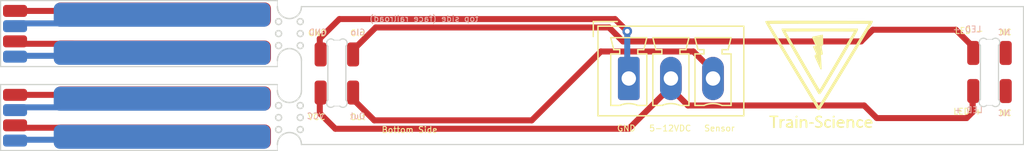
<source format=kicad_pcb>
(kicad_pcb (version 20240108) (generator "pcbnew") (generator_version "8.0")
  (layers (0 "F.Cu" signal) (31 "B.Cu" signal) (34 "B.Paste" user) (35 "F.Paste" user) (36 "B.SilkS" user "B.Silkscreen") (37 "F.SilkS" user "F.Silkscreen") (38 "B.Mask" user) (39 "F.Mask" user) (44 "Edge.Cuts" user))
  (net 0 "")
  (net 1 "VCC")
  (net 2 "GND")
  (net 3 "/sensor")
  (net 4 "/LED")
  (net 9 "/VCC1")
  (net 10 "/GND1")
  (net 11 "/OUT1")
  (net 12 "/GLo1")
  (footprint "MountingHole:MountingHole_3.2mm_M3" (layer "F.Cu") (at 114.046 134.112)
    (property "Reference" "REF**" (hide yes))
    (property "Value" "MountingHole_3.2mm_M3")
    (pad "" np_thru_hole circle (at 0 0) (size 3.2 3.2) (drill 3.2) (layers "*.Cu" "*.Mask"))
  )
  (footprint "custom_kicad_lib_sk:Train-Science logo small" (layer "F.Cu") (at 147.574 134.239)
    (property "Reference" "G***" (hide yes))
    (property "Value" "LOGO" (hide yes))
    (fp_poly (pts (xy -1.867174 4.3782) (xy -2.028137 4.3782) (xy -2.028137 3.637769) (xy -1.867174 3.637769)) (fill solid) (layer "F.SilkS"))
    (fp_poly (pts (xy 1.223321 4.3782) (xy 1.062357 4.3782) (xy 1.062357 3.637769) (xy 1.223321 3.637769)) (fill solid) (layer "F.SilkS"))
    (fp_poly (pts (xy -1.879051 3.365565) (xy -1.85507 3.397528) (xy -1.848957 3.467248) (xy -1.897497 3.5033) (xy -1.951794 3.508999) (xy -2.01104 3.497959) (xy -2.024208 3.453786) (xy -2.022328 3.436565) (xy -1.991057 3.378361) (xy -1.934811 3.352714)) (fill solid) (layer "F.SilkS"))
    (fp_poly (pts (xy 1.211443 3.365565) (xy 1.235424 3.397528) (xy 1.241537 3.467248) (xy 1.192998 3.5033) (xy 1.1387 3.508999) (xy 1.079454 3.497959) (xy 1.066286 3.453786) (xy 1.068167 3.436565) (xy 1.099438 3.378361) (xy 1.155683 3.352714)) (fill solid) (layer "F.SilkS"))
    (fp_poly (pts (xy -0.612737 3.9006) (xy -0.533283 3.922266) (xy -0.490713 3.961014) (xy -0.488845 3.967744) (xy -0.490951 3.998166) (xy -0.520453 4.01526) (xy -0.590351 4.022672) (xy -0.689781 4.024081) (xy -0.808268 4.020841) (xy -0.874379 4.009353) (xy -0.899883 3.986965) (xy -0.901394 3.976406) (xy -0.873403 3.933919) (xy -0.802697 3.906845) (xy -0.709175 3.895599)) (fill solid) (layer "F.SilkS"))
    (fp_poly (pts (xy -3.669632 3.34866) (xy -3.559722 3.351709) (xy -3.492918 3.358945) (xy -3.458582 3.372129) (xy -3.446076 3.393024) (xy -3.444613 3.412421) (xy -3.454092 3.452657) (xy -3.493451 3.471683) (xy -3.579073 3.476782) (xy -3.58948 3.476806) (xy -3.734347 3.476806) (xy -3.734347 4.3782) (xy -3.89531 4.3782) (xy -3.89531 3.480334) (xy -4.047936 3.470522) (xy -4.148526 3.457408) (xy -4.198923 3.431105) (xy -4.21126 3.404373) (xy -4.210399 3.380588) (xy -4.190335 3.364589) (xy -4.140901 3.354863) (xy -4.051928 3.349892) (xy -3.91325 3.348161) (xy -3.833286 3.348036)) (fill solid) (layer "F.SilkS"))
    (fp_poly (pts (xy -3.20706 3.649174) (xy -3.187072 3.671095) (xy -3.167366 3.687977) (xy -3.124803 3.671095) (xy -3.032476 3.639196) (xy -2.952967 3.641074) (xy -2.904379 3.674259) (xy -2.897338 3.702155) (xy -2.912873 3.749633) (xy -2.970283 3.766013) (xy -2.992091 3.76654) (xy -3.08017 3.784752) (xy -3.139695 3.843818) (xy -3.1741 3.950385) (xy -3.18682 4.1111) (xy -3.187072 4.143919) (xy -3.188151 4.264488) (xy -3.194538 4.33444) (xy -3.210963 4.367539) (xy -3.242154 4.377549) (xy -3.267554 4.3782) (xy -3.348035 4.3782) (xy -3.348035 3.637769) (xy -3.267554 3.637769)) (fill solid) (layer "F.SilkS"))
    (fp_poly (pts (xy 3.456146 3.654371) (xy 3.543105 3.697368) (xy 3.592791 3.756548) (xy 3.594178 3.814197) (xy 3.572895 3.852981) (xy 3.542199 3.843557) (xy 3.513841 3.819211) (xy 3.424501 3.7745) (xy 3.322943 3.773442) (xy 3.238538 3.81626) (xy 3.237661 3.817129) (xy 3.201357 3.890078) (xy 3.187495 3.994878) (xy 3.196074 4.103032) (xy 3.227095 4.186043) (xy 3.237661 4.198841) (xy 3.321639 4.242246) (xy 3.423161 4.241772) (xy 3.512857 4.197642) (xy 3.513841 4.196759) (xy 3.559116 4.162129) (xy 3.582547 4.174932) (xy 3.594178 4.201773) (xy 3.589623 4.267108) (xy 3.534669 4.324764) (xy 3.443265 4.364981) (xy 3.341993 4.3782) (xy 3.23693 4.364144) (xy 3.150524 4.312169) (xy 3.116435 4.280323) (xy 3.06227 4.220957) (xy 3.03476 4.166703) (xy 3.027277 4.094215) (xy 3.032787 3.985733) (xy 3.063239 3.823108) (xy 3.128926 3.713042) (xy 3.232557 3.652527) (xy 3.346264 3.637769)) (fill solid) (layer "F.SilkS"))
    (fp_poly (pts (xy 0.784156 3.654371) (xy 0.871115 3.697368) (xy 0.920801 3.756548) (xy 0.922188 3.814197) (xy 0.900905 3.852981) (xy 0.870209 3.843557) (xy 0.841851 3.819211) (xy 0.752511 3.7745) (xy 0.650954 3.773442) (xy 0.566548 3.81626) (xy 0.565671 3.817129) (xy 0.529974 3.888454) (xy 0.515171 3.998249) (xy 0.515082 4.007985) (xy 0.527932 4.119813) (xy 0.562192 4.195116) (xy 0.565671 4.198841) (xy 0.649649 4.242246) (xy 0.751171 4.241772) (xy 0.840868 4.197642) (xy 0.841851 4.196759) (xy 0.887126 4.162129) (xy 0.910558 4.174932) (xy 0.922188 4.201773) (xy 0.917633 4.267108) (xy 0.862679 4.324764) (xy 0.771275 4.364981) (xy 0.670003 4.3782) (xy 0.56494 4.364144) (xy 0.478534 4.312169) (xy 0.444446 4.280323) (xy 0.39028 4.220957) (xy 0.36277 4.166703) (xy 0.355287 4.094215) (xy 0.360798 3.985733) (xy 0.391249 3.823108) (xy 0.456936 3.713042) (xy 0.560567 3.652527) (xy 0.674274 3.637769)) (fill solid) (layer "F.SilkS"))
    (fp_poly (pts (xy -2.40532 3.645768) (xy -2.326525 3.67613) (xy -2.275297 3.738404) (xy -2.245189 3.842138) (xy -2.22975 3.996881) (xy -2.226439 4.069661) (xy -2.215488 4.366149) (xy -2.45432 4.371021) (xy -2.611055 4.367821) (xy -2.715337 4.349617) (xy -2.763052 4.326932) (xy -2.817997 4.253657) (xy -2.8318 4.157537) (xy -2.826579 4.141434) (xy -2.663371 4.141434) (xy -2.661178 4.198977) (xy -2.617211 4.235887) (xy -2.541587 4.248708) (xy -2.462907 4.236034) (xy -2.420887 4.210799) (xy -2.387663 4.147033) (xy -2.382256 4.110009) (xy -2.391113 4.070273) (xy -2.429399 4.05887) (xy -2.5002 4.066989) (xy -2.611613 4.096669) (xy -2.663371 4.141434) (xy -2.826579 4.141434) (xy -2.80241 4.066887) (xy -2.783578 4.04369) (xy -2.714915 4.000608) (xy -2.611053 3.960717) (xy -2.500848 3.933723) (xy -2.438593 3.927683) (xy -2.39073 3.905832) (xy -2.389171 3.848663) (xy -2.411779 3.801951) (xy -2.44845 3.775964) (xy -2.522247 3.768689) (xy -2.620538 3.77548) (xy -2.726931 3.782973) (xy -2.782746 3.776184) (xy -2.800575 3.753278) (xy -2.80076 3.74925) (xy -2.770723 3.693209) (xy -2.685633 3.655257) (xy -2.553023 3.638364) (xy -2.518132 3.637769)) (fill solid) (layer "F.SilkS"))
    (fp_poly (pts (xy 0.08045 3.363771) (xy 0.163476 3.40824) (xy 0.193154 3.477335) (xy 0.193156 3.477939) (xy 0.170182 3.528914) (xy 0.121334 3.539789) (xy 0.080482 3.508999) (xy 0.032611 3.483439) (xy -0.047363 3.477888) (xy -0.130866 3.490818) (xy -0.189325 3.520703) (xy -0.191874 3.52355) (xy -0.21804 3.596183) (xy -0.180966 3.673245) (xy -0.081544 3.753443) (xy -0.004028 3.796699) (xy 0.136108 3.882305) (xy 0.216714 3.971193) (xy 0.24249 4.071135) (xy 0.223825 4.173564) (xy 0.164082 4.275535) (xy 0.095495 4.330471) (xy -0.018443 4.366535) (xy -0.150995 4.376193) (xy -0.274362 4.359597) (xy -0.346956 4.328086) (xy -0.40363 4.272052) (xy -0.419312 4.22251) (xy -0.394108 4.195068) (xy -0.346071 4.199064) (xy -0.197064 4.233359) (xy -0.075009 4.242002) (xy 0.005829 4.224264) (xy 0.015788 4.217493) (xy 0.061853 4.14537) (xy 0.055341 4.062595) (xy 0.002818 3.983964) (xy -0.089151 3.924271) (xy -0.119083 3.913566) (xy -0.188092 3.877866) (xy -0.269912 3.816568) (xy -0.288095 3.800264) (xy -0.365715 3.694707) (xy -0.385703 3.587357) (xy -0.353625 3.488715) (xy -0.27505 3.409279) (xy -0.155545 3.359551) (xy -0.048289 3.348036)) (fill solid) (layer "F.SilkS"))
    (fp_poly (pts (xy -1.179743 3.652213) (xy -1.106639 3.700519) (xy -1.060135 3.79015) (xy -1.036075 3.928568) (xy -1.030165 4.092808) (xy -1.03083 4.228722) (xy -1.035174 4.312734) (xy -1.046716 4.357328) (xy -1.068976 4.374987) (xy -1.105476 4.378194) (xy -1.110646 4.3782) (xy -1.150723 4.375415) (xy -1.174641 4.358257) (xy -1.186568 4.313522) (xy -1.190674 4.228007) (xy -1.191128 4.123292) (xy -1.193501 3.995739) (xy -1.199781 3.889366) (xy -1.208712 3.82384) (xy -1.210669 3.817462) (xy -1.256725 3.775444) (xy -1.33462 3.771399) (xy -1.424149 3.805399) (xy -1.441506 3.816654) (xy -1.477783 3.84892) (xy -1.499291 3.893461) (xy -1.50977 3.966262) (xy -1.512958 4.083304) (xy -1.513054 4.122485) (xy -1.513927 4.249664) (xy -1.519311 4.325642) (xy -1.533355 4.363601) (xy -1.560209 4.376724) (xy -1.593536 4.3782) (xy -1.674018 4.3782) (xy -1.674018 4.007985) (xy -1.67363 3.849262) (xy -1.670933 3.743962) (xy -1.663621 3.681124) (xy -1.649392 3.649787) (xy -1.625943 3.638988) (xy -1.596219 3.637769) (xy -1.53075 3.652507) (xy -1.503665 3.67801) (xy -1.482168 3.702107) (xy -1.446255 3.67801) (xy -1.387205 3.651219) (xy -1.298048 3.63805) (xy -1.283604 3.637769)) (fill solid) (layer "F.SilkS"))
    (fp_poly (pts (xy 1.874086 3.665419) (xy 1.97554 3.737669) (xy 2.042702 3.838471) (xy 2.06033 3.925027) (xy 2.06033 4.024081) (xy 1.802788 4.024081) (xy 1.674253 4.025517) (xy 1.597198 4.031892) (xy 1.558746 4.046313) (xy 1.54602 4.071882) (xy 1.545247 4.086167) (xy 1.568914 4.17496) (xy 1.641552 4.227168) (xy 1.76562 4.244072) (xy 1.841189 4.240295) (xy 1.949653 4.233706) (xy 2.007504 4.2403) (xy 2.027535 4.262067) (xy 2.028137 4.269376) (xy 1.999657 4.321331) (xy 1.925454 4.357024) (xy 1.822384 4.375338) (xy 1.707304 4.375154) (xy 1.597069 4.355354) (xy 1.508536 4.31482) (xy 1.495586 4.304705) (xy 1.430456 4.223779) (xy 1.397139 4.110586) (xy 1.393087 4.07989) (xy 1.397067 3.908) (xy 1.412373 3.869557) (xy 1.545247 3.869557) (xy 1.574363 3.883662) (xy 1.649466 3.893017) (xy 1.722307 3.895311) (xy 1.819283 3.891076) (xy 1.883595 3.880152) (xy 1.899366 3.869557) (xy 1.87055 3.814477) (xy 1.797044 3.776712) (xy 1.722307 3.76654) (xy 1.627639 3.783306) (xy 1.562731 3.826073) (xy 1.545247 3.869557) (xy 1.412373 3.869557) (xy 1.449928 3.775233) (xy 1.548716 3.685192) (xy 1.690478 3.641482) (xy 1.755377 3.637769)) (fill solid) (layer "F.SilkS"))
    (fp_poly (pts (xy 2.715567 3.652213) (xy 2.788671 3.700519) (xy 2.835175 3.79015) (xy 2.859236 3.928568) (xy 2.865146 4.092808) (xy 2.86448 4.228722) (xy 2.860137 4.312734) (xy 2.848595 4.357328) (xy 2.826334 4.374987) (xy 2.789834 4.378194) (xy 2.784664 4.3782) (xy 2.744587 4.375415) (xy 2.72067 4.358257) (xy 2.708742 4.313522) (xy 2.704637 4.228007) (xy 2.704183 4.123292) (xy 2.70181 3.995739) (xy 2.69553 3.889366) (xy 2.686599 3.82384) (xy 2.684642 3.817462) (xy 2.638586 3.775444) (xy 2.56069 3.771399) (xy 2.471162 3.805399) (xy 2.453804 3.816654) (xy 2.417528 3.84892) (xy 2.396019 3.893461) (xy 2.385541 3.966262) (xy 2.382352 4.083304) (xy 2.382256 4.122485) (xy 2.381383 4.249664) (xy 2.375999 4.325642) (xy 2.361955 4.363601) (xy 2.335101 4.376724) (xy 2.301774 4.3782) (xy 2.221293 4.3782) (xy 2.221293 4.007985) (xy 2.22168 3.849262) (xy 2.224378 3.743962) (xy 2.231689 3.681124) (xy 2.245918 3.649787) (xy 2.269368 3.638988) (xy 2.299092 3.637769) (xy 2.364561 3.652507) (xy 2.391646 3.67801) (xy 2.413142 3.702107) (xy 2.449056 3.67801) (xy 2.508105 3.651219) (xy 2.597263 3.63805) (xy 2.611707 3.637769)) (fill solid) (layer "F.SilkS"))
    (fp_poly (pts (xy 4.191957 3.665419) (xy 4.293411 3.737669) (xy 4.360573 3.838471) (xy 4.3782 3.925027) (xy 4.3782 4.024081) (xy 4.120659 4.024081) (xy 3.992123 4.025517) (xy 3.915069 4.031892) (xy 3.876617 4.046313) (xy 3.86389 4.071882) (xy 3.863118 4.086167) (xy 3.886785 4.17496) (xy 3.959423 4.227168) (xy 4.083491 4.244072) (xy 4.15906 4.240295) (xy 4.267524 4.233706) (xy 4.325375 4.2403) (xy 4.345405 4.262067) (xy 4.346008 4.269376) (xy 4.317527 4.321331) (xy 4.243324 4.357024) (xy 4.140255 4.375338) (xy 4.025174 4.375154) (xy 3.91494 4.355354) (xy 3.826407 4.31482) (xy 3.813457 4.304705) (xy 3.748327 4.223779) (xy 3.71501 4.110586) (xy 3.710957 4.07989) (xy 3.714938 3.908) (xy 3.730244 3.869557) (xy 3.863118 3.869557) (xy 3.892233 3.883662) (xy 3.967337 3.893017) (xy 4.040178 3.895311) (xy 4.137154 3.891076) (xy 4.201466 3.880152) (xy 4.217237 3.869557) (xy 4.188421 3.814477) (xy 4.114915 3.776712) (xy 4.040178 3.76654) (xy 3.945509 3.783306) (xy 3.880602 3.826073) (xy 3.863118 3.869557) (xy 3.730244 3.869557) (xy 3.767799 3.775233) (xy 3.866587 3.685192) (xy 4.008349 3.641482) (xy 4.073248 3.637769)) (fill solid) (layer "F.SilkS"))
    (fp_poly (pts (xy 0.250482 -3.398018) (xy 0.258312 -3.360431) (xy 0.266207 -3.271171) (xy 0.273323 -3.142944) (xy 0.278815 -2.988455) (xy 0.279494 -2.961822) (xy 0.283147 -2.79102) (xy 0.28333 -2.672993) (xy 0.27842 -2.596159) (xy 0.266793 -2.548934) (xy 0.246824 -2.519735) (xy 0.216889 -2.496979) (xy 0.214047 -2.495112) (xy 0.177374 -2.463714) (xy 0.157846 -2.420729) (xy 0.155167 -2.353836) (xy 0.169042 -2.250716) (xy 0.199173 -2.099046) (xy 0.20399 -2.076426) (xy 0.234196 -1.927607) (xy 0.248081 -1.829473) (xy 0.244797 -1.770209) (xy 0.223496 -1.738003) (xy 0.183328 -1.721039) (xy 0.178383 -1.719762) (xy 0.093995 -1.698582) (xy 0.113104 -1.340229) (xy 0.122361 -1.168329) (xy 0.13182 -0.9955) (xy 0.140114 -0.846597) (xy 0.144094 -0.776804) (xy 0.147732 -0.616402) (xy 0.136399 -0.518612) (xy 0.110043 -0.48341) (xy 0.068612 -0.510774) (xy 0.012053 -0.600683) (xy -0.036281 -0.70019) (xy -0.094889 -0.829583) (xy -0.151819 -0.955614) (xy -0.192615 -1.046261) (xy -0.235959 -1.142058) (xy -0.293724 -1.268625) (xy -0.352412 -1.396402) (xy -0.410483 -1.535855) (xy -0.432862 -1.630868) (xy -0.419591 -1.690556) (xy -0.370712 -1.724039) (xy -0.353957 -1.729118) (xy -0.302087 -1.746117) (xy -0.289734 -1.754248) (xy -0.301976 -1.787815) (xy -0.333966 -1.863803) (xy -0.378601 -1.966115) (xy -0.428778 -2.078653) (xy -0.477393 -2.185319) (xy -0.517132 -2.269582) (xy -0.553917 -2.350924) (xy -0.561542 -2.396199) (xy -0.540994 -2.426228) (xy -0.525165 -2.438593) (xy -0.452176 -2.472508) (xy -0.412351 -2.478834) (xy -0.36338 -2.484926) (xy -0.354119 -2.492061) (xy -0.366789 -2.526986) (xy -0.400137 -2.60474) (xy -0.447168 -2.710013) (xy -0.500888 -2.827498) (xy -0.554304 -2.941887) (xy -0.600421 -3.037873) (xy -0.630486 -3.096942) (xy -0.659596 -3.160107) (xy -0.65177 -3.193594) (xy -0.620583 -3.213855) (xy -0.53333 -3.246777) (xy -0.395236 -3.27925) (xy -0.273637 -3.301207) (xy -0.190498 -3.31751) (xy -0.07335 -3.34338) (xy 0.027233 -3.367139) (xy 0.134416 -3.389945) (xy 0.215087 -3.40089)) (fill solid) (layer "F.SilkS"))
    (fp_poly (pts (xy 3.179239 -3.830925) (xy 3.169077 -3.796052) (xy 3.134748 -3.721875) (xy 3.075339 -3.60678) (xy 2.989941 -3.449155) (xy 2.877641 -3.24739) (xy 2.737526 -2.999872) (xy 2.568687 -2.704989) (xy 2.370211 -2.361128) (xy 2.141187 -1.966679) (xy 1.880703 -1.52003) (xy 1.631778 -1.09455) (xy 1.368647 -0.645596) (xy 1.135907 -0.249143) (xy 0.93161 0.097982) (xy 0.753807 0.398953) (xy 0.60055 0.656942) (xy 0.469891 0.875124) (xy 0.359881 1.05667) (xy 0.268572 1.204755) (xy 0.194014 1.322552) (xy 0.134261 1.413233) (xy 0.087362 1.479973) (xy 0.051371 1.525943) (xy 0.024337 1.554318) (xy 0.004314 1.568271) (xy -0.004969 1.571019) (xy -0.078828 1.563333) (xy -0.118283 1.538827) (xy -0.138767 1.505458) (xy -0.189191 1.420294) (xy -0.267262 1.287274) (xy -0.370688 1.110339) (xy -0.497173 0.893428) (xy -0.644426 0.640482) (xy -0.810153 0.355441) (xy -0.99206 0.042244) (xy -1.187855 -0.295169) (xy -1.395243 -0.652857) (xy -1.611932 -1.02688) (xy -1.660439 -1.110646) (xy -1.943382 -1.600038) (xy -2.194371 -2.035755) (xy -2.414343 -2.419476) (xy -2.604234 -2.752877) (xy -2.764981 -3.037634) (xy -2.89752 -3.275425) (xy -3.002787 -3.467927) (xy -3.081719 -3.616816) (xy -3.100264 -3.653866) (xy -2.831057 -3.653866) (xy -1.427803 -1.229825) (xy -1.217976 -0.867944) (xy -1.017222 -0.522838) (xy -0.827885 -0.198474) (xy -0.652308 0.101185) (xy -0.492836 0.372174) (xy -0.351814 0.61053) (xy -0.231586 0.812287) (xy -0.134496 0.973481) (xy -0.062889 1.090149) (xy -0.019109 1.158326) (xy -0.005551 1.175218) (xy 0.013203 1.145197) (xy 0.062076 1.063637) (xy 0.138687 0.934577) (xy 0.240658 0.762061) (xy 0.365609 0.55013) (xy 0.511161 0.302826) (xy 0.674935 0.02419) (xy 0.854552 -0.281735) (xy 1.047632 -0.610908) (xy 1.251797 -0.959287) (xy 1.421346 -1.248823) (xy 2.829247 -3.653866) (xy 1.414623 -3.662249) (xy 1.04211 -3.663984) (xy 0.624153 -3.665121) (xy 0.179691 -3.665659) (xy -0.272337 -3.665598) (xy -0.712992 -3.664938) (xy -1.123334 -3.663678) (xy -1.415529 -3.662249) (xy -2.831057 -3.653866) (xy -3.100264 -3.653866) (xy -3.135253 -3.723769) (xy -3.164325 -3.790463) (xy -3.17064 -3.814829) (xy -3.170976 -3.911407) (xy 3.170976 -3.911407)) (fill solid) (layer "F.SilkS"))
    (fp_poly (pts (xy -2.177236 -4.566716) (xy -1.724771 -4.566214) (xy -1.217326 -4.565463) (xy -0.651718 -4.564501) (xy -0.055144 -4.563421) (xy 4.394297 -4.55526) (xy 4.402412 -4.474778) (xy 4.392766 -4.444092) (xy 4.360546 -4.377472) (xy 4.304831 -4.273357) (xy 4.224701 -4.130187) (xy 4.119236 -3.9464) (xy 3.987517 -3.720436) (xy 3.828623 -3.450735) (xy 3.641634 -3.135735) (xy 3.425631 -2.773875) (xy 3.179692 -2.363596) (xy 2.902899 -1.903335) (xy 2.594331 -1.391532) (xy 2.253068 -0.826627) (xy 2.210681 -0.756527) (xy 1.892208 -0.230049) (xy 1.605234 0.243951) (xy 1.348069 0.66817) (xy 1.119028 1.045302) (xy 0.916421 1.378044) (xy 0.738561 1.669091) (xy 0.583761 1.921141) (xy 0.450332 2.136888) (xy 0.336586 2.319029) (xy 0.240836 2.470259) (xy 0.161394 2.593274) (xy 0.096573 2.690771) (xy 0.044683 2.765444) (xy 0.004038 2.819991) (xy -0.02705 2.857107) (xy -0.05027 2.879488) (xy -0.067308 2.88983) (xy -0.073048 2.891234) (xy -0.156237 2.877194) (xy -0.204854 2.826849) (xy -0.227047 2.790521) (xy -0.280348 2.702298) (xy -0.362758 2.565508) (xy -0.47228 2.383476) (xy -0.606914 2.159531) (xy -0.764662 1.897) (xy -0.943527 1.599208) (xy -1.141509 1.269484) (xy -1.356611 0.911155) (xy -1.586834 0.527547) (xy -1.830181 0.121988) (xy -2.084652 -0.302196) (xy -2.348249 -0.741676) (xy -2.411808 -0.847656) (xy -2.72913 -1.377004) (xy -3.014693 -1.853894) (xy -3.270035 -2.280976) (xy -3.496692 -2.660897) (xy -3.696204 -2.996307) (xy -3.870107 -3.289854) (xy -4.01994 -3.544188) (xy -4.147239 -3.761957) (xy -4.253544 -3.94581) (xy -4.340391 -4.098397) (xy -4.409319 -4.222366) (xy -4.449721 -4.297718) (xy -4.178624 -4.297718) (xy -0.08088 2.532058) (xy 0.192957 2.079549) (xy 0.247331 1.989669) (xy 0.332405 1.84901) (xy 0.445566 1.661887) (xy 0.584205 1.43262) (xy 0.74571 1.165527) (xy 0.92747 0.864926) (xy 1.126875 0.535135) (xy 1.341313 0.180472) (xy 1.568173 -0.194744) (xy 1.804844 -0.586196) (xy 2.048716 -0.989564) (xy 2.257763 -1.33534) (xy 4.048733 -4.297718) (xy 1.992174 -4.306003) (xy 1.548356 -4.307468) (xy 1.05587 -4.308526) (xy 0.530432 -4.309176) (xy -0.012241 -4.309419) (xy -0.556433 -4.309254) (xy -1.086428 -4.308682) (xy -1.58651 -4.307702) (xy -2.040962 -4.306315) (xy -2.121505 -4.306003) (xy -4.178624 -4.297718) (xy -4.449721 -4.297718) (xy -4.461864 -4.320365) (xy -4.499566 -4.395045) (xy -4.523961 -4.449053) (xy -4.536588 -4.485039) (xy -4.538984 -4.505651) (xy -4.537712 -4.509683) (xy -4.531875 -4.518362) (xy -4.522005 -4.526181) (xy -4.504918 -4.533179) (xy -4.47743 -4.539392) (xy -4.436357 -4.54486) (xy -4.378514 -4.549621) (xy -4.300717 -4.553712) (xy -4.199782 -4.557172) (xy -4.072525 -4.560039) (xy -3.915762 -4.562352) (xy -3.726308 -4.564148) (xy -3.50098 -4.565466) (xy -3.236592 -4.566343) (xy -2.929962 -4.566818) (xy -2.577905 -4.56693)) (fill solid) (layer "F.SilkS"))
  )
  (footprint "custom_kicad_lib_sk:IR_EXTENDER_PCB" (layer "F.Cu") (at 104.5 140)
    (property "Reference" "J6" (hide yes))
    (property "Value" "Conn_01x04_Pin" (hide yes))
    (fp_line (start -24.4 -1.4) (end -18.982292 -1.40039) (stroke (width 0.5)) (layer "F.Cu"))
    (fp_line (start -23.8 -4.14) (end -18.382292 -4.14039) (stroke (width 0.5)) (layer "F.Cu"))
    (fp_line (start -18.591146 -3.099805) (end -24.008854 -3.100195) (stroke (width 0.5)) (layer "B.Cu"))
    (fp_line (start -18.591146 -0.399805) (end -24.008854 -0.400195) (stroke (width 0.5)) (layer "B.Cu"))
    (fp_line (start -25 -5) (end -2 -5) (stroke (width 0.1)) (layer "Edge.Cuts"))
    (fp_line (start -25 0.5) (end -25 -5) (stroke (width 0.1)) (layer "Edge.Cuts"))
    (fp_line (start -2 -4.5) (end -2 -5) (stroke (width 0.05)) (layer "Edge.Cuts"))
    (fp_line (start -2 0.5) (end -25 0.5) (stroke (width 0.1)) (layer "Edge.Cuts"))
    (fp_line (start -2 0.5) (end -2 0) (stroke (width 0.05)) (layer "Edge.Cuts"))
    (fp_arc (start -2 0) (mid -1 -1) (end 0 0) (stroke (width 0.12)) (layer "Edge.Cuts"))
    (fp_arc (start 0 -4.5) (mid -1 -3.5) (end -2 -4.5) (stroke (width 0.12)) (layer "Edge.Cuts"))
    (fp_circle (center -1.9 -3.25) (end -1.9 -3.5) (stroke (width 0.12)) (fill none) (layer "Edge.Cuts"))
    (fp_circle (center -1.9 -2.25) (end -1.9 -2.5) (stroke (width 0.12)) (fill none) (layer "Edge.Cuts"))
    (fp_circle (center -1.9 -1.25) (end -1.9 -1.5) (stroke (width 0.12)) (fill none) (layer "Edge.Cuts"))
    (fp_circle (center -0.1 -3.25) (end -0.1 -3.5) (stroke (width 0.12)) (fill none) (layer "Edge.Cuts"))
    (fp_circle (center -0.1 -2.25) (end -0.1 -2.5) (stroke (width 0.12)) (fill none) (layer "Edge.Cuts"))
    (fp_circle (center -0.1 -1.25) (end -0.1 -1.5) (stroke (width 0.12)) (fill none) (layer "Edge.Cuts"))
    (pad "1" smd roundrect (at -23.8 -0.33 90) (size 1 2) (layers "B.Cu" "B.Paste" "B.Mask"))
    (pad "1" smd roundrect (at -11.586 -0.645 90) (size 2 18) (layers "B.Cu" "B.Paste" "B.Mask"))
    (pad "2" smd roundrect (at -23.8 -1.6 90) (size 1 2) (layers "F.Cu" "F.Paste" "F.Mask"))
    (pad "2" smd roundrect (at -11.536 -0.67 90) (size 2 18) (layers "F.Cu" "F.Paste" "F.Mask"))
    (pad "3" smd roundrect (at -23.8 -2.87 90) (size 1 2) (layers "B.Cu" "B.Paste" "B.Mask"))
    (pad "3" smd roundrect (at -11.586 -3.82 90) (size 2 18) (layers "B.Cu" "B.Paste" "B.Mask"))
    (pad "4" smd roundrect (at -23.8 -4.14 90) (size 1 2) (layers "F.Cu" "F.Paste" "F.Mask"))
    (pad "4" smd roundrect (at -11.536 -3.845 90) (size 2 18) (layers "F.Cu" "F.Paste" "F.Mask"))
  )
  (footprint "MountingHole:MountingHole_3.2mm_M3" (layer "F.Cu") (at 155.575 134.112)
    (property "Reference" "REF**" (hide yes))
    (property "Value" "MountingHole_3.2mm_M3")
    (pad "" np_thru_hole circle (at 0 0) (size 3.2 3.2) (drill 3.2) (layers "*.Cu" "*.Mask"))
  )
  (footprint "custom_kicad_lib_sk:IR_EXTENDER_PCB" (layer "F.Cu") (at 104.5 133)
    (property "Reference" "U1" (hide yes))
    (property "Value" "IS471F" (hide yes))
    (fp_line (start -24.4 -1.4) (end -18.982292 -1.40039) (stroke (width 0.5)) (layer "F.Cu"))
    (fp_line (start -23.8 -4.14) (end -18.382292 -4.14039) (stroke (width 0.5)) (layer "F.Cu"))
    (fp_line (start -18.591146 -3.099805) (end -24.008854 -3.100195) (stroke (width 0.5)) (layer "B.Cu"))
    (fp_line (start -18.591146 -0.399805) (end -24.008854 -0.400195) (stroke (width 0.5)) (layer "B.Cu"))
    (fp_line (start -25 -5) (end -2 -5) (stroke (width 0.1)) (layer "Edge.Cuts"))
    (fp_line (start -25 0.5) (end -25 -5) (stroke (width 0.1)) (layer "Edge.Cuts"))
    (fp_line (start -2 -4.5) (end -2 -5) (stroke (width 0.05)) (layer "Edge.Cuts"))
    (fp_line (start -2 0.5) (end -25 0.5) (stroke (width 0.1)) (layer "Edge.Cuts"))
    (fp_line (start -2 0.5) (end -2 0) (stroke (width 0.05)) (layer "Edge.Cuts"))
    (fp_arc (start -2 0) (mid -1 -1) (end 0 0) (stroke (width 0.12)) (layer "Edge.Cuts"))
    (fp_arc (start 0 -4.5) (mid -1 -3.5) (end -2 -4.5) (stroke (width 0.12)) (layer "Edge.Cuts"))
    (fp_circle (center -1.9 -3.25) (end -1.9 -3.5) (stroke (width 0.12)) (fill none) (layer "Edge.Cuts"))
    (fp_circle (center -1.9 -2.25) (end -1.9 -2.5) (stroke (width 0.12)) (fill none) (layer "Edge.Cuts"))
    (fp_circle (center -1.9 -1.25) (end -1.9 -1.5) (stroke (width 0.12)) (fill none) (layer "Edge.Cuts"))
    (fp_circle (center -0.1 -3.25) (end -0.1 -3.5) (stroke (width 0.12)) (fill none) (layer "Edge.Cuts"))
    (fp_circle (center -0.1 -2.25) (end -0.1 -2.5) (stroke (width 0.12)) (fill none) (layer "Edge.Cuts"))
    (fp_circle (center -0.1 -1.25) (end -0.1 -1.5) (stroke (width 0.12)) (fill none) (layer "Edge.Cuts"))
    (pad "1" smd roundrect (at -23.8 -0.33 90) (size 1 2) (layers "B.Cu" "B.Paste" "B.Mask") (net 9 "/VCC1"))
    (pad "1" smd roundrect (at -11.586 -0.645 90) (size 2 18) (layers "B.Cu" "B.Paste" "B.Mask") (net 9 "/VCC1"))
    (pad "2" smd roundrect (at -23.8 -1.6 90) (size 1 2) (layers "F.Cu" "F.Paste" "F.Mask") (net 11 "/OUT1"))
    (pad "2" smd roundrect (at -11.536 -0.67 90) (size 2 18) (layers "F.Cu" "F.Paste" "F.Mask") (net 11 "/OUT1"))
    (pad "3" smd roundrect (at -23.8 -2.87 90) (size 1 2) (layers "B.Cu" "B.Paste" "B.Mask") (net 10 "/GND1"))
    (pad "3" smd roundrect (at -11.586 -3.82 90) (size 2 18) (layers "B.Cu" "B.Paste" "B.Mask") (net 10 "/GND1"))
    (pad "4" smd roundrect (at -23.8 -4.14 90) (size 1 2) (layers "F.Cu" "F.Paste" "F.Mask") (net 12 "/GLo1"))
    (pad "4" smd roundrect (at -11.536 -3.845 90) (size 2 18) (layers "F.Cu" "F.Paste" "F.Mask") (net 12 "/GLo1"))
  )
  (footprint "Connector_Phoenix_MC:PhoenixContact_MCV_1,5_3-G-3.5_1x03_P3.50mm_Vertical" (layer "F.Cu") (at 131.699 134.493)
    (property "Reference" "J1" (hide yes))
    (property "Value" "Screw_Terminal_01x03")
    (fp_line (start -2.95 -4.75) (end -0.95 -4.75) (stroke (width 0.12)) (layer "F.SilkS"))
    (fp_line (start -2.95 -3.5) (end -2.95 -4.75) (stroke (width 0.12)) (layer "F.SilkS"))
    (fp_line (start -2.56 -4.36) (end -2.56 3.11) (stroke (width 0.12)) (layer "F.SilkS"))
    (fp_line (start -2.56 3.11) (end 9.56 3.11) (stroke (width 0.12)) (layer "F.SilkS"))
    (fp_line (start -1.5 -3.4) (end 1.5 -3.4) (stroke (width 0.12)) (layer "F.SilkS"))
    (fp_line (start -1.5 -2.05) (end -0.75 -2.05) (stroke (width 0.12)) (layer "F.SilkS"))
    (fp_line (start -1.5 2.25) (end -1.5 -2.05) (stroke (width 0.12)) (layer "F.SilkS"))
    (fp_line (start -1.25 -2.4) (end -1.5 -3.4) (stroke (width 0.12)) (layer "F.SilkS"))
    (fp_line (start -0.75 -2.4) (end -1.25 -2.4) (stroke (width 0.12)) (layer "F.SilkS"))
    (fp_line (start -0.75 -2.05) (end -0.75 -2.4) (stroke (width 0.12)) (layer "F.SilkS"))
    (fp_line (start -0.75 2.25) (end -1.5 2.25) (stroke (width 0.12)) (layer "F.SilkS"))
    (fp_line (start 0.75 -2.4) (end 0.75 -2.05) (stroke (width 0.12)) (layer "F.SilkS"))
    (fp_line (start 0.75 -2.05) (end 1.5 -2.05) (stroke (width 0.12)) (layer "F.SilkS"))
    (fp_line (start 1.25 -2.4) (end 0.75 -2.4) (stroke (width 0.12)) (layer "F.SilkS"))
    (fp_line (start 1.5 -3.4) (end 1.25 -2.4) (stroke (width 0.12)) (layer "F.SilkS"))
    (fp_line (start 1.5 -2.05) (end 1.5 2.25) (stroke (width 0.12)) (layer "F.SilkS"))
    (fp_line (start 1.5 2.25) (end 0.75 2.25) (stroke (width 0.12)) (layer "F.SilkS"))
    (fp_line (start 2 -3.4) (end 5 -3.4) (stroke (width 0.12)) (layer "F.SilkS"))
    (fp_line (start 2 -2.05) (end 2.75 -2.05) (stroke (width 0.12)) (layer "F.SilkS"))
    (fp_line (start 2 2.25) (end 2 -2.05) (stroke (width 0.12)) (layer "F.SilkS"))
    (fp_line (start 2.25 -2.4) (end 2 -3.4) (stroke (width 0.12)) (layer "F.SilkS"))
    (fp_line (start 2.75 -2.4) (end 2.25 -2.4) (stroke (width 0.12)) (layer "F.SilkS"))
    (fp_line (start 2.75 -2.05) (end 2.75 -2.4) (stroke (width 0.12)) (layer "F.SilkS"))
    (fp_line (start 2.75 2.25) (end 2 2.25) (stroke (width 0.12)) (layer "F.SilkS"))
    (fp_line (start 4.25 -2.4) (end 4.25 -2.05) (stroke (width 0.12)) (layer "F.SilkS"))
    (fp_line (start 4.25 -2.05) (end 5 -2.05) (stroke (width 0.12)) (layer "F.SilkS"))
    (fp_line (start 4.75 -2.4) (end 4.25 -2.4) (stroke (width 0.12)) (layer "F.SilkS"))
    (fp_line (start 5 -3.4) (end 4.75 -2.4) (stroke (width 0.12)) (layer "F.SilkS"))
    (fp_line (start 5 -2.05) (end 5 2.25) (stroke (width 0.12)) (layer "F.SilkS"))
    (fp_line (start 5 2.25) (end 4.25 2.25) (stroke (width 0.12)) (layer "F.SilkS"))
    (fp_line (start 5.5 -3.4) (end 8.5 -3.4) (stroke (width 0.12)) (layer "F.SilkS"))
    (fp_line (start 5.5 -2.05) (end 6.25 -2.05) (stroke (width 0.12)) (layer "F.SilkS"))
    (fp_line (start 5.5 2.25) (end 5.5 -2.05) (stroke (width 0.12)) (layer "F.SilkS"))
    (fp_line (start 5.75 -2.4) (end 5.5 -3.4) (stroke (width 0.12)) (layer "F.SilkS"))
    (fp_line (start 6.25 -2.4) (end 5.75 -2.4) (stroke (width 0.12)) (layer "F.SilkS"))
    (fp_line (start 6.25 -2.05) (end 6.25 -2.4) (stroke (width 0.12)) (layer "F.SilkS"))
    (fp_line (start 6.25 2.25) (end 5.5 2.25) (stroke (width 0.12)) (layer "F.SilkS"))
    (fp_line (start 7.75 -2.4) (end 7.75 -2.05) (stroke (width 0.12)) (layer "F.SilkS"))
    (fp_line (start 7.75 -2.05) (end 8.5 -2.05) (stroke (width 0.12)) (layer "F.SilkS"))
    (fp_line (start 8.25 -2.4) (end 7.75 -2.4) (stroke (width 0.12)) (layer "F.SilkS"))
    (fp_line (start 8.5 -3.4) (end 8.25 -2.4) (stroke (width 0.12)) (layer "F.SilkS"))
    (fp_line (start 8.5 -2.05) (end 8.5 2.25) (stroke (width 0.12)) (layer "F.SilkS"))
    (fp_line (start 8.5 2.25) (end 7.75 2.25) (stroke (width 0.12)) (layer "F.SilkS"))
    (fp_line (start 9.56 -4.36) (end -2.56 -4.36) (stroke (width 0.12)) (layer "F.SilkS"))
    (fp_line (start 9.56 3.11) (end 9.56 -4.36) (stroke (width 0.12)) (layer "F.SilkS"))
    (fp_arc (start -0.75 2.25) (mid -0.000193 2.09191) (end 0.749647 2.249844) (stroke (width 0.12)) (layer "F.SilkS"))
    (fp_arc (start 2.75 2.25) (mid 3.499807 2.09191) (end 4.249647 2.249844) (stroke (width 0.12)) (layer "F.SilkS"))
    (fp_arc (start 6.25 2.25) (mid 6.999807 2.09191) (end 7.749647 2.249844) (stroke (width 0.12)) (layer "F.SilkS"))
    (pad "1" thru_hole roundrect (at 0 0) (size 1.8 3.6) (drill 1.2) (layers "*.Cu" "*.Mask") (roundrect_rratio 0.138889) (net 2 "GND"))
    (pad "2" thru_hole oval (at 3.5 0) (size 1.8 3.6) (drill 1.2) (layers "*.Cu" "*.Mask") (net 1 "VCC"))
    (pad "3" thru_hole oval (at 7 0) (size 1.8 3.6) (drill 1.2) (layers "*.Cu" "*.Mask") (net 3 "/sensor"))
  )
  (footprint "custom_kicad_lib_sk:IR_EXTENDER_CUTOUT" (layer "F.Cu") (at 161.671 134.015777 180)
    (property "Reference" "J2" (hide yes))
    (property "Value" "Conn_01x04_Pin")
    (fp_line (start 0.75 2.28) (end 0.750001 -2.22) (stroke (width 0.1)) (layer "Edge.Cuts"))
    (fp_line (start -0.25 2.78) (end 0.25 2.780001) (stroke (width 0.05)) (layer "Edge.Cuts"))
    (fp_line (start -0.25 -2.720001) (end 0.25 -2.72) (stroke (width 0.05)) (layer "Edge.Cuts"))
    (fp_line (start -0.75 -2.22) (end -0.750001 2.28) (stroke (width 0.1)) (layer "Edge.Cuts"))
    (fp_arc (start 0.750001 -2.72) (mid 0.853554 -2.47) (end 0.750001 -2.22) (stroke (width 0.1)) (layer "Edge.Cuts"))
    (fp_arc (start 0.75 2.780001) (mid 0.5 2.883554) (end 0.25 2.780001) (stroke (width 0.1)) (layer "Edge.Cuts"))
    (fp_arc (start 0.75 2.28) (mid 0.853553 2.53) (end 0.75 2.78) (stroke (width 0.1)) (layer "Edge.Cuts"))
    (fp_arc (start 0.25 -2.72) (mid 0.5 -2.823553) (end 0.75 -2.72) (stroke (width 0.1)) (layer "Edge.Cuts"))
    (fp_arc (start -0.25 2.78) (mid -0.5 2.883553) (end -0.75 2.78) (stroke (width 0.1)) (layer "Edge.Cuts"))
    (fp_arc (start -0.75 -2.22) (mid -0.853553 -2.47) (end -0.75 -2.72) (stroke (width 0.1)) (layer "Edge.Cuts"))
    (fp_arc (start -0.75 -2.720001) (mid -0.5 -2.823554) (end -0.25 -2.720001) (stroke (width 0.1)) (layer "Edge.Cuts"))
    (fp_arc (start -0.750001 2.78) (mid -0.853554 2.53) (end -0.750001 2.28) (stroke (width 0.1)) (layer "Edge.Cuts"))
    (pad "1" smd roundrect (at -1.35 1.65) (size 1 2) (layers "F.Cu" "F.Paste" "F.Mask"))
    (pad "2" smd roundrect (at 1.35 1.65) (size 1 2) (layers "F.Cu" "F.Paste" "F.Mask") (net 4 "/LED"))
    (pad "3" smd roundrect (at -1.35 -1.525) (size 1 2) (layers "F.Cu" "F.Paste" "F.Mask"))
    (pad "4" smd roundrect (at 1.35 -1.525) (size 1 2) (layers "F.Cu" "F.Paste" "F.Mask") (net 1 "VCC"))
  )
  (footprint "custom_kicad_lib_sk:IR_EXTENDER_CUTOUT" (layer "F.Cu") (at 107.442 134.015777)
    (property "Reference" "J3" (hide yes))
    (property "Value" "Conn_01x04_Pin")
    (fp_line (start -0.75 -2.22) (end -0.750001 2.28) (stroke (width 0.1)) (layer "Edge.Cuts"))
    (fp_line (start -0.25 -2.720001) (end 0.25 -2.72) (stroke (width 0.05)) (layer "Edge.Cuts"))
    (fp_line (start -0.25 2.78) (end 0.25 2.780001) (stroke (width 0.05)) (layer "Edge.Cuts"))
    (fp_line (start 0.75 2.28) (end 0.750001 -2.22) (stroke (width 0.1)) (layer "Edge.Cuts"))
    (fp_arc (start -0.750001 2.78) (mid -0.853554 2.53) (end -0.750001 2.28) (stroke (width 0.1)) (layer "Edge.Cuts"))
    (fp_arc (start -0.75 -2.720001) (mid -0.5 -2.823554) (end -0.25 -2.720001) (stroke (width 0.1)) (layer "Edge.Cuts"))
    (fp_arc (start -0.75 -2.22) (mid -0.853553 -2.47) (end -0.75 -2.72) (stroke (width 0.1)) (layer "Edge.Cuts"))
    (fp_arc (start -0.25 2.78) (mid -0.5 2.883553) (end -0.75 2.78) (stroke (width 0.1)) (layer "Edge.Cuts"))
    (fp_arc (start 0.25 -2.72) (mid 0.5 -2.823553) (end 0.75 -2.72) (stroke (width 0.1)) (layer "Edge.Cuts"))
    (fp_arc (start 0.75 2.28) (mid 0.853553 2.53) (end 0.75 2.78) (stroke (width 0.1)) (layer "Edge.Cuts"))
    (fp_arc (start 0.75 2.780001) (mid 0.5 2.883554) (end 0.25 2.780001) (stroke (width 0.1)) (layer "Edge.Cuts"))
    (fp_arc (start 0.750001 -2.72) (mid 0.853554 -2.47) (end 0.750001 -2.22) (stroke (width 0.1)) (layer "Edge.Cuts"))
    (pad "1" smd roundrect (at -1.35 1.65 180) (size 1 2) (layers "F.Cu" "F.Paste" "F.Mask") (net 1 "VCC"))
    (pad "2" smd roundrect (at 1.35 1.65 180) (size 1 2) (layers "F.Cu" "F.Paste" "F.Mask") (net 3 "/sensor"))
    (pad "3" smd roundrect (at -1.35 -1.525 180) (size 1 2) (layers "F.Cu" "F.Paste" "F.Mask") (net 2 "GND"))
    (pad "4" smd roundrect (at 1.35 -1.525 180) (size 1 2) (layers "F.Cu" "F.Paste" "F.Mask") (net 4 "/LED"))
  )
  (gr_line (start 104.5 135.5) (end 104.5 133) (stroke (width 0.1)) (layer "Edge.Cuts"))
  (gr_line (start 104.5 128.5) (end 164.5 128.5) (stroke (width 0.1)) (layer "Edge.Cuts"))
  (gr_line (start 164.5 140) (end 104.5 140) (stroke (width 0.1)) (layer "Edge.Cuts"))
  (gr_line (start 164.5 128.5) (end 164.5 140) (stroke (width 0.1)) (layer "Edge.Cuts"))
  (gr_text "GND" (at 106.68 130.937 -0) (layer "B.SilkS") (effects (font (size 0.5 0.5) (thickness 0.075)) (justify left bottom mirror)))
  (gr_text "LED +" (at 161.163 137.414 -0) (layer "B.SilkS") (effects (font (size 0.5 0.5) (thickness 0.075)) (justify left bottom mirror)))
  (gr_text "Out" (at 109.855 137.922 -0) (layer "B.SilkS") (effects (font (size 0.5 0.5) (thickness 0.075)) (justify left bottom mirror)))
  (gr_text "NC" (at 163.449 130.937 -0) (layer "B.SilkS") (effects (font (size 0.5 0.5) (thickness 0.075)) (justify left bottom mirror)))
  (gr_text "LED -" (at 161.036 130.683 -0) (layer "B.SilkS") (effects (font (size 0.5 0.5) (thickness 0.075)) (justify left bottom mirror)))
  (gr_text "top side (face railroad)" (at 119.253 129.794 0) (layer "B.SilkS") (effects (font (size 0.5 0.5) (thickness 0.075)) (justify left bottom mirror)))
  (gr_text "Glo" (at 109.855 130.937 -0) (layer "B.SilkS") (effects (font (size 0.5 0.5) (thickness 0.075)) (justify left bottom mirror)))
  (gr_text "VCC" (at 106.426 137.922 -0) (layer "B.SilkS") (effects (font (size 0.5 0.5) (thickness 0.075)) (justify left bottom mirror)))
  (gr_text "NC" (at 163.449 137.668 -0) (layer "B.SilkS") (effects (font (size 0.5 0.5) (thickness 0.075)) (justify left bottom mirror)))
  (gr_text "NC" (at 162.433 137.668 0) (layer "F.SilkS") (effects (font (size 0.5 0.5) (thickness 0.075)) (justify left bottom)))
  (gr_text "VCC" (at 105 138 0) (layer "F.SilkS") (effects (font (size 0.5 0.5) (thickness 0.075)) (justify left bottom)))
  (gr_text "Sensor" (at 137.922 138.938 0) (layer "F.SilkS") (effects (font (size 0.5 0.5) (thickness 0.075)) (justify left bottom)))
  (gr_text "LED +" (at 158.623 137.541 0) (layer "F.SilkS") (effects (font (size 0.5 0.5) (thickness 0.075)) (justify left bottom)))
  (gr_text "Bottom Side" (at 111.125 139.065 0) (layer "F.SilkS") (effects (font (size 0.5 0.5) (thickness 0.075)) (justify left bottom)))
  (gr_text "GND" (at 105 131 0) (layer "F.SilkS") (effects (font (size 0.5 0.5) (thickness 0.075)) (justify left bottom)))
  (gr_text "LED -" (at 158.75 130.81 0) (layer "F.SilkS") (effects (font (size 0.5 0.5) (thickness 0.075)) (justify left bottom)))
  (gr_text "GND" (at 130.683 138.938 0) (layer "F.SilkS") (effects (font (size 0.5 0.5) (thickness 0.075)) (justify left bottom)))
  (gr_text "Glo" (at 108.5 131 0) (layer "F.SilkS") (effects (font (size 0.5 0.5) (thickness 0.075)) (justify left bottom)))
  (gr_text "5-12VDC" (at 133.35 138.938 0) (layer "F.SilkS") (effects (font (size 0.5 0.5) (thickness 0.075)) (justify left bottom)))
  (gr_text "NC" (at 162.433 130.937 0) (layer "F.SilkS") (effects (font (size 0.5 0.5) (thickness 0.075)) (justify left bottom)))
  (gr_text "Out" (at 108.5 138 0) (layer "F.SilkS") (effects (font (size 0.5 0.5) (thickness 0.075)) (justify left bottom)))
  (segment (start 135.199 134.493) (end 135.199 135.326) (width 0.5) (layer "F.Cu") (net 1))
  (segment (start 131.699 138.684) (end 135.199 135.184) (width 0.5) (layer "F.Cu") (net 1))
  (segment (start 107.315 138.684) (end 131.699 138.684) (width 0.5) (layer "F.Cu") (net 1))
  (segment (start 136.616 136.743) (end 151.257 136.743) (width 0.5) (layer "F.Cu") (net 1))
  (segment (start 106.050793 136.378797) (end 106.024341 136.545759) (width 0.5) (layer "F.Cu") (net 1))
  (segment (start 152.309 137.795) (end 159.766 137.795) (width 0.5) (layer "F.Cu") (net 1))
  (segment (start 160.274 136.616233) (end 160.253341 136.485759) (width 0.5) (layer "F.Cu") (net 1))
  (segment (start 106.050793 135.706984) (end 106.050793 136.378797) (width 0.5) (layer "F.Cu") (net 1))
  (segment (start 160.253341 135.608436) (end 160.321 135.540777) (width 0.5) (layer "F.Cu") (net 1))
  (segment (start 160.253341 136.485759) (end 160.253341 135.608436) (width 0.5) (layer "F.Cu") (net 1))
  (segment (start 135.199 135.184) (end 135.199 134.493) (width 0.5) (layer "F.Cu") (net 1))
  (segment (start 160.274 137.287) (end 160.274 136.616233) (width 0.5) (layer "F.Cu") (net 1))
  (segment (start 151.257 136.743) (end 152.309 137.795) (width 0.5) (layer "F.Cu") (net 1))
  (segment (start 106.092 135.665777) (end 106.050793 135.706984) (width 0.5) (layer "F.Cu") (net 1))
  (segment (start 106.024341 137.393341) (end 107.315 138.684) (width 0.5) (layer "F.Cu") (net 1))
  (segment (start 159.766 137.795) (end 160.274 137.287) (width 0.5) (layer "F.Cu") (net 1))
  (segment (start 135.199 135.326) (end 136.616 136.743) (width 0.5) (layer "F.Cu") (net 1))
  (segment (start 106.024341 136.545759) (end 106.024341 137.393341) (width 0.5) (layer "F.Cu") (net 1))
  (segment (start 106.02434 131.166286) (end 107.650626 129.54) (width 0.5) (layer "F.Cu") (net 2))
  (segment (start 106.092 132.490777) (end 106.02434 132.423117) (width 0.5) (layer "F.Cu") (net 2))
  (segment (start 106.02434 132.423117) (end 106.02434 131.166286) (width 0.5) (layer "F.Cu") (net 2))
  (segment (start 130.556 129.54) (end 131.572 130.556) (width 0.5) (layer "F.Cu") (net 2))
  (segment (start 107.650626 129.54) (end 130.556 129.54) (width 0.5) (layer "F.Cu") (net 2))
  (via (at 131.572 130.556) (size 0.8) (drill 0.4) (layers "F.Cu" "B.Cu") (net 2))
  (segment (start 131.572 130.556) (end 131.572 134.366) (width 0.5) (layer "B.Cu") (net 2))
  (segment (start 131.572 134.366) (end 131.699 134.493) (width 0.5) (layer "B.Cu") (net 2))
  (segment (start 129.377 132.243) (end 137.069 132.243) (width 0.5) (layer "F.Cu") (net 3))
  (segment (start 138.699 133.873) (end 138.699 134.493) (width 0.5) (layer "F.Cu") (net 3))
  (segment (start 110.552 137.984) (end 123.636 137.984) (width 0.5) (layer "F.Cu") (net 3))
  (segment (start 137.069 132.243) (end 138.699 133.873) (width 0.5) (layer "F.Cu") (net 3))
  (segment (start 123.636 137.984) (end 129.377 132.243) (width 0.5) (layer "F.Cu") (net 3))
  (segment (start 108.792 135.665777) (end 108.792 136.224) (width 0.5) (layer "F.Cu") (net 3))
  (segment (start 108.792 136.224) (end 110.552 137.984) (width 0.5) (layer "F.Cu") (net 3))
  (segment (start 151.003 131.406) (end 131.219918 131.406) (width 0.5) (layer "F.Cu") (net 4))
  (segment (start 131.219918 131.406) (end 130.053918 130.24) (width 0.5) (layer "F.Cu") (net 4))
  (segment (start 110.670388 130.24) (end 108.792 132.118388) (width 0.5) (layer "F.Cu") (net 4))
  (segment (start 130.053918 130.24) (end 110.670388 130.24) (width 0.5) (layer "F.Cu") (net 4))
  (segment (start 158.877 130.429) (end 151.98 130.429) (width 0.5) (layer "F.Cu") (net 4))
  (segment (start 160.321 132.365777) (end 160.321 131.873) (width 0.5) (layer "F.Cu") (net 4))
  (segment (start 151.98 130.429) (end 151.003 131.406) (width 0.5) (layer "F.Cu") (net 4))
  (segment (start 160.321 131.873) (end 158.877 130.429) (width 0.5) (layer "F.Cu") (net 4))
  (segment (start 108.792 132.118388) (end 108.792 132.490777) (width 0.5) (layer "F.Cu") (net 4))
)
</source>
